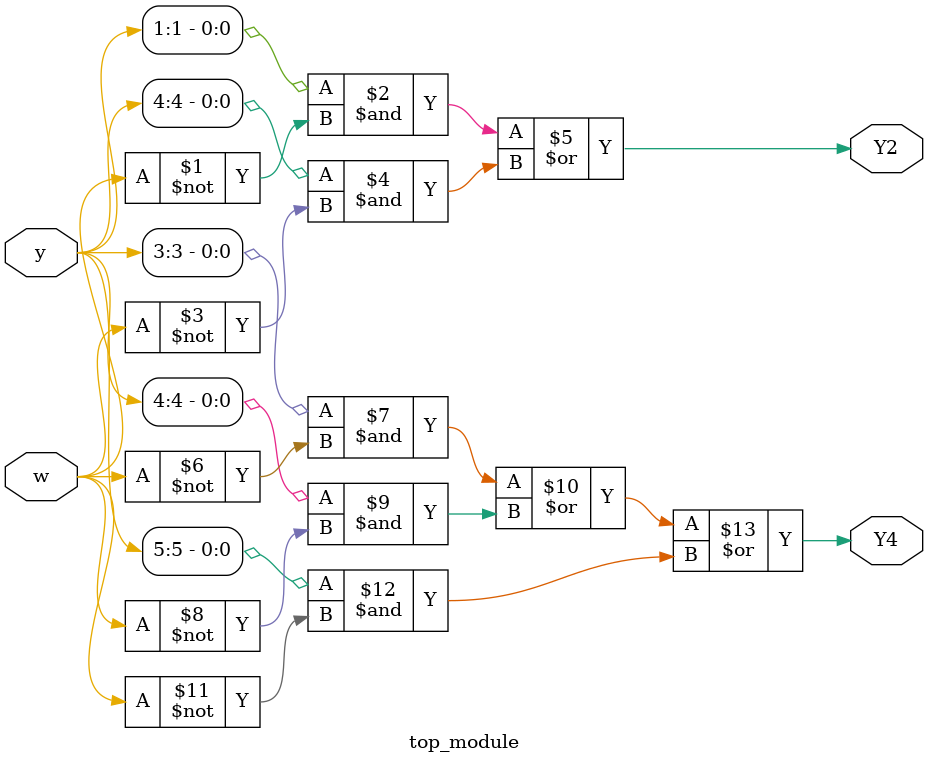
<source format=sv>
module top_module (
    input [6:1] y,
    input w,
    output Y2,
    output Y4
);

// Deriving the logic equations for Y2 and Y4 by inspection:

// Y2 (next state for y[2])
// From the state diagram, y[2] is 1 in state B and D
// y[2] becomes 1 when y[1] is 1 (state B) or y[4] is 1 (state D), and w is 0
assign Y2 = (y[1] & ~w) | (y[4] & ~w);

// Y4 (next state for y[4])
// From the state diagram, y[4] is 1 in state C, D, and E
// y[4] becomes 1 when y[3] is 1 (state C), y[4] is 1 (state D), or y[5] is 1 (state E), and w is 0
assign Y4 = (y[3] & ~w) | (y[4] & ~w) | (y[5] & ~w);

endmodule

</source>
